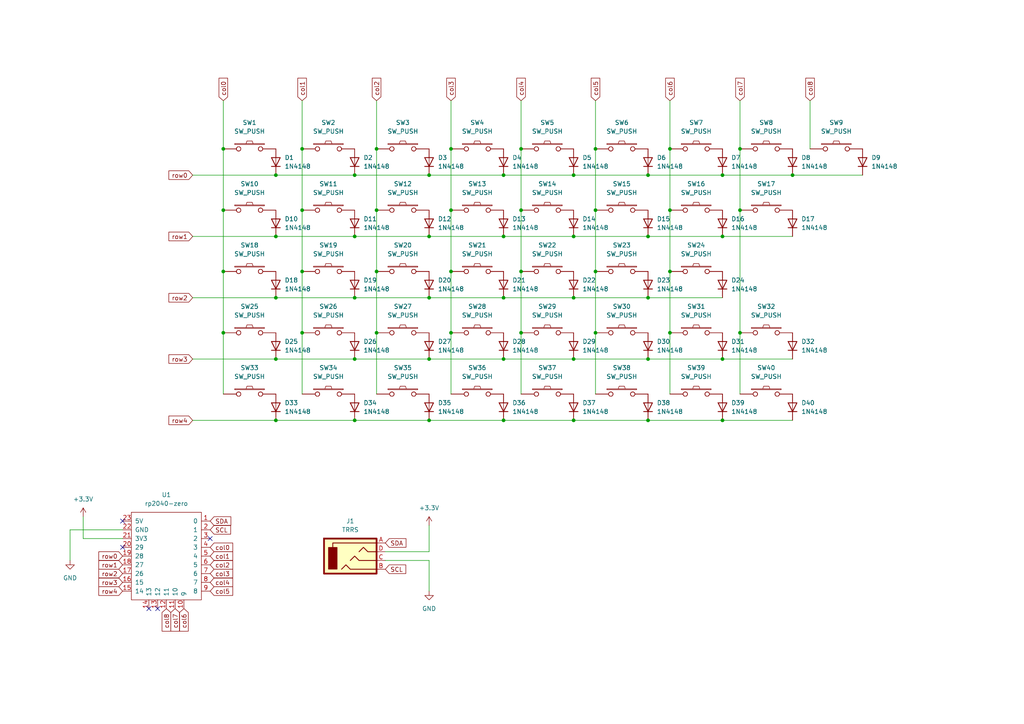
<source format=kicad_sch>
(kicad_sch (version 20230121) (generator eeschema)
  (paper "A4")
  (lib_symbols
    (symbol "Diode:1N4148" (pin_numbers hide) (pin_names hide)
      (property "Reference" "D" (at 0 2.54 0))
      (property "Value" "1N4148" (at 0 -2.54 0))
      (symbol "1N4148_0_1"
        (polyline (pts (xy -1.27 1.27) (xy -1.27 -1.27)) (stroke (width 0.254)))
        (polyline (pts (xy 1.27 0) (xy -1.27 0)))
        (polyline (pts (xy 1.27 1.27) (xy 1.27 -1.27) (xy -1.27 0) (xy 1.27 1.27)) (stroke (width 0.254)))
      )
      (symbol "1N4148_1_1"
        (pin passive line (at -3.81 0 0) (length 2.54) (name "K") (number "1"))
        (pin passive line (at 3.81 0 180) (length 2.54) (name "A") (number "2"))
      )
    )
    (symbol "KeySwitchLib:SW_PUSH" (pin_numbers hide) (pin_names (offset 1.016) hide)
      (property "Reference" "SW" (at 3.81 2.794 0))
      (property "Value" "SW_PUSH" (at 0 -2.032 0))
      (symbol "SW_PUSH_0_1"
        (rectangle (start -4.318 1.27) (end 4.318 1.524))
        (polyline (pts (xy -1.016 1.524) (xy -0.762 2.286) (xy 0.762 2.286) (xy 1.016 1.524)))
        (pin passive inverted (at -7.62 0 0) (length 5.08) (name "1") (number "1"))
        (pin passive inverted (at 7.62 0 180) (length 5.08) (name "2") (number "2"))
      )
    )
    (symbol "KeySwitchLib:TRRS" (pin_names (offset 1.016))
      (property "Reference" "J" (at 0 8.89 0))
      (property "Value" "TRRS" (at 0 6.35 0))
      (symbol "TRRS_0_1"
        (rectangle (start -7.62 5.08) (end 7.62 -5.08) (stroke (width 0.508)) (fill (type background)))
        (rectangle (start -6.35 2.54) (end -3.81 -3.81) (stroke (width 0.127)) (fill (type outline)))
        (polyline (pts (xy 7.62 3.81) (xy -5.08 3.81) (xy -5.08 2.54)) (stroke (width 0.254)))
        (polyline (pts (xy 7.62 -3.81) (xy 0 -3.81) (xy -1.27 -2.54) (xy -2.54 -3.81)) (stroke (width 0.254)))
        (polyline (pts (xy 7.62 -1.27) (xy 2.54 -1.27) (xy 1.27 0) (xy 0 -1.27)) (stroke (width 0.254)))
        (polyline (pts (xy 7.62 1.27) (xy 5.08 1.27) (xy 3.81 2.54) (xy 2.54 1.27)) (stroke (width 0.254)))
      )
      (symbol "TRRS_1_1"
        (pin bidirectional line (at 10.16 3.81 180) (length 2.54) (name "~") (number "A"))
        (pin bidirectional line (at 10.16 -3.81 180) (length 2.54) (name "~") (number "B"))
        (pin bidirectional line (at 10.16 -1.27 180) (length 2.54) (name "~") (number "C"))
        (pin bidirectional line (at 10.16 1.27 180) (length 2.54) (name "~") (number "D"))
      )
    )
    (symbol "KeySwitchLib:rp2040-zero" (pin_names (offset 1.016))
      (property "Reference" "U" (at 0 15.24 0))
      (property "Value" "rp2040-zero" (at 0 12.7 0))
      (symbol "rp2040-zero_0_1"
        (rectangle (start -10.16 11.43) (end 10.16 -13.97))
      )
      (symbol "rp2040-zero_1_1"
        (pin bidirectional line (at 12.7 8.89 180) (length 2.54) (name "0") (number "1"))
        (pin bidirectional line (at 5.08 -16.51 90) (length 2.54) (name "9") (number "10"))
        (pin bidirectional line (at 2.54 -16.51 90) (length 2.54) (name "10") (number "11"))
        (pin bidirectional line (at 0 -16.51 90) (length 2.54) (name "11") (number "12"))
        (pin bidirectional line (at -2.54 -16.51 90) (length 2.54) (name "12") (number "13"))
        (pin bidirectional line (at -5.08 -16.51 90) (length 2.54) (name "13") (number "14"))
        (pin bidirectional line (at -12.7 -11.43 0) (length 2.54) (name "14") (number "15"))
        (pin bidirectional line (at -12.7 -8.89 0) (length 2.54) (name "15") (number "16"))
        (pin bidirectional line (at -12.7 -6.35 0) (length 2.54) (name "26") (number "17"))
        (pin bidirectional line (at -12.7 -3.81 0) (length 2.54) (name "27") (number "18"))
        (pin bidirectional line (at -12.7 -1.27 0) (length 2.54) (name "28") (number "19"))
        (pin bidirectional line (at 12.7 6.35 180) (length 2.54) (name "1") (number "2"))
        (pin bidirectional line (at -12.7 1.27 0) (length 2.54) (name "29") (number "20"))
        (pin power_out line (at -12.7 3.81 0) (length 2.54) (name "3V3") (number "21"))
        (pin power_out line (at -12.7 6.35 0) (length 2.54) (name "GND") (number "22"))
        (pin power_out line (at -12.7 8.89 0) (length 2.54) (name "5V") (number "23"))
        (pin bidirectional line (at 12.7 3.81 180) (length 2.54) (name "2") (number "3"))
        (pin bidirectional line (at 12.7 1.27 180) (length 2.54) (name "3") (number "4"))
        (pin bidirectional line (at 12.7 -1.27 180) (length 2.54) (name "4") (number "5"))
        (pin bidirectional line (at 12.7 -3.81 180) (length 2.54) (name "5") (number "6"))
        (pin bidirectional line (at 12.7 -6.35 180) (length 2.54) (name "6") (number "7"))
        (pin bidirectional line (at 12.7 -8.89 180) (length 2.54) (name "7") (number "8"))
        (pin bidirectional line (at 12.7 -11.43 180) (length 2.54) (name "8") (number "9"))
      )
    )
    (symbol "power:+3.3V" (power) (pin_names (offset 0))
      (property "Value" "+3.3V" (at 0 3.556 0))
      (symbol "+3.3V_0_1"
        (polyline (pts (xy -0.762 1.27) (xy 0 2.54)))
        (polyline (pts (xy 0 0) (xy 0 2.54)))
        (polyline (pts (xy 0 2.54) (xy 0.762 1.27)))
      )
      (symbol "+3.3V_1_1"
        (pin power_in line (at 0 0 90) (length 0) hide (name "+3.3V") (number "1"))
      )
    )
    (symbol "power:GND" (power) (pin_names (offset 0))
      (property "Value" "GND" (at 0 -3.81 0))
      (symbol "GND_0_1"
        (polyline (pts (xy 0 0) (xy 0 -1.27) (xy 1.27 -1.27) (xy 0 -2.54) (xy -1.27 -1.27) (xy 0 -1.27)))
      )
      (symbol "GND_1_1"
        (pin power_in line (at 0 0 270) (length 0) hide (name "GND") (number "1"))
      )
    )
  )
  (junction (at 109.22 78.74))
  (junction (at 124.46 104.14))
  (junction (at 80.01 104.14))
  (junction (at 87.63 60.96))
  (junction (at 194.31 43.18))
  (junction (at 166.37 104.14))
  (junction (at 102.87 68.58))
  (junction (at 64.77 60.96))
  (junction (at 187.96 68.58))
  (junction (at 146.05 104.14))
  (junction (at 172.72 78.74))
  (junction (at 146.05 121.92))
  (junction (at 166.37 86.36))
  (junction (at 172.72 43.18))
  (junction (at 124.46 121.92))
  (junction (at 87.63 96.52))
  (junction (at 80.01 68.58))
  (junction (at 146.05 68.58))
  (junction (at 64.77 96.52))
  (junction (at 172.72 96.52))
  (junction (at 80.01 86.36))
  (junction (at 64.77 43.18))
  (junction (at 187.96 50.8))
  (junction (at 187.96 121.92))
  (junction (at 124.46 86.36))
  (junction (at 130.81 78.74))
  (junction (at 187.96 86.36))
  (junction (at 209.55 68.58))
  (junction (at 151.13 96.52))
  (junction (at 64.77 78.74))
  (junction (at 124.46 50.8))
  (junction (at 214.63 96.52))
  (junction (at 214.63 43.18))
  (junction (at 102.87 104.14))
  (junction (at 166.37 121.92))
  (junction (at 130.81 43.18))
  (junction (at 166.37 50.8))
  (junction (at 166.37 68.58))
  (junction (at 229.87 50.8))
  (junction (at 187.96 104.14))
  (junction (at 194.31 78.74))
  (junction (at 102.87 50.8))
  (junction (at 102.87 121.92))
  (junction (at 130.81 96.52))
  (junction (at 80.01 121.92))
  (junction (at 214.63 60.96))
  (junction (at 124.46 68.58))
  (junction (at 102.87 86.36))
  (junction (at 151.13 78.74))
  (junction (at 194.31 60.96))
  (junction (at 151.13 43.18))
  (junction (at 194.31 96.52))
  (junction (at 109.22 96.52))
  (junction (at 87.63 78.74))
  (junction (at 87.63 43.18))
  (junction (at 146.05 86.36))
  (junction (at 109.22 60.96))
  (junction (at 109.22 43.18))
  (junction (at 209.55 50.8))
  (junction (at 172.72 60.96))
  (junction (at 209.55 121.92))
  (junction (at 130.81 60.96))
  (junction (at 146.05 50.8))
  (junction (at 209.55 104.14))
  (junction (at 151.13 60.96))
  (junction (at 80.01 50.8))
  (no_connect (at 43.18 176.53))
  (no_connect (at 45.72 176.53))
  (no_connect (at 60.96 156.21))
  (no_connect (at 35.56 151.13))
  (no_connect (at 35.56 158.75))
  (wire (pts (xy 172.72 60.96) (xy 172.72 78.74)))
  (wire (pts (xy 35.56 156.21) (xy 24.13 156.21)))
  (wire (pts (xy 209.55 50.8) (xy 229.87 50.8)))
  (wire (pts (xy 111.76 160.02) (xy 124.46 160.02)))
  (wire (pts (xy 80.01 121.92) (xy 102.87 121.92)))
  (wire (pts (xy 124.46 68.58) (xy 146.05 68.58)))
  (wire (pts (xy 130.81 96.52) (xy 130.81 114.3)))
  (wire (pts (xy 194.31 78.74) (xy 194.31 96.52)))
  (wire (pts (xy 87.63 78.74) (xy 87.63 96.52)))
  (wire (pts (xy 229.87 50.8) (xy 250.19 50.8)))
  (wire (pts (xy 146.05 50.8) (xy 166.37 50.8)))
  (wire (pts (xy 214.63 43.18) (xy 214.63 60.96)))
  (wire (pts (xy 64.77 96.52) (xy 64.77 114.3)))
  (wire (pts (xy 172.72 29.21) (xy 172.72 43.18)))
  (wire (pts (xy 55.88 50.8) (xy 80.01 50.8)))
  (wire (pts (xy 151.13 29.21) (xy 151.13 43.18)))
  (wire (pts (xy 109.22 78.74) (xy 109.22 96.52)))
  (wire (pts (xy 214.63 29.21) (xy 214.63 43.18)))
  (wire (pts (xy 55.88 121.92) (xy 80.01 121.92)))
  (wire (pts (xy 166.37 50.8) (xy 187.96 50.8)))
  (wire (pts (xy 109.22 43.18) (xy 109.22 60.96)))
  (wire (pts (xy 102.87 86.36) (xy 124.46 86.36)))
  (wire (pts (xy 109.22 96.52) (xy 109.22 114.3)))
  (wire (pts (xy 109.22 60.96) (xy 109.22 78.74)))
  (wire (pts (xy 80.01 104.14) (xy 102.87 104.14)))
  (wire (pts (xy 80.01 68.58) (xy 102.87 68.58)))
  (wire (pts (xy 187.96 121.92) (xy 209.55 121.92)))
  (wire (pts (xy 64.77 78.74) (xy 64.77 96.52)))
  (wire (pts (xy 87.63 96.52) (xy 87.63 114.3)))
  (wire (pts (xy 35.56 153.67) (xy 20.32 153.67)))
  (wire (pts (xy 124.46 104.14) (xy 146.05 104.14)))
  (wire (pts (xy 172.72 78.74) (xy 172.72 96.52)))
  (wire (pts (xy 55.88 86.36) (xy 80.01 86.36)))
  (wire (pts (xy 146.05 121.92) (xy 166.37 121.92)))
  (wire (pts (xy 151.13 78.74) (xy 151.13 96.52)))
  (wire (pts (xy 234.95 29.21) (xy 234.95 43.18)))
  (wire (pts (xy 124.46 160.02) (xy 124.46 152.4)))
  (wire (pts (xy 209.55 121.92) (xy 229.87 121.92)))
  (wire (pts (xy 194.31 96.52) (xy 194.31 114.3)))
  (wire (pts (xy 214.63 96.52) (xy 214.63 114.3)))
  (wire (pts (xy 130.81 60.96) (xy 130.81 78.74)))
  (wire (pts (xy 166.37 86.36) (xy 187.96 86.36)))
  (wire (pts (xy 172.72 43.18) (xy 172.72 60.96)))
  (wire (pts (xy 194.31 43.18) (xy 194.31 60.96)))
  (wire (pts (xy 151.13 43.18) (xy 151.13 60.96)))
  (wire (pts (xy 187.96 50.8) (xy 209.55 50.8)))
  (wire (pts (xy 124.46 86.36) (xy 146.05 86.36)))
  (wire (pts (xy 102.87 50.8) (xy 124.46 50.8)))
  (wire (pts (xy 187.96 86.36) (xy 209.55 86.36)))
  (wire (pts (xy 111.76 162.56) (xy 124.46 162.56)))
  (wire (pts (xy 187.96 68.58) (xy 209.55 68.58)))
  (wire (pts (xy 214.63 60.96) (xy 214.63 96.52)))
  (wire (pts (xy 209.55 104.14) (xy 229.87 104.14)))
  (wire (pts (xy 64.77 60.96) (xy 64.77 78.74)))
  (wire (pts (xy 194.31 60.96) (xy 194.31 78.74)))
  (wire (pts (xy 130.81 43.18) (xy 130.81 60.96)))
  (wire (pts (xy 151.13 60.96) (xy 151.13 78.74)))
  (wire (pts (xy 124.46 121.92) (xy 146.05 121.92)))
  (wire (pts (xy 187.96 104.14) (xy 209.55 104.14)))
  (wire (pts (xy 55.88 68.58) (xy 80.01 68.58)))
  (wire (pts (xy 20.32 153.67) (xy 20.32 162.56)))
  (wire (pts (xy 102.87 104.14) (xy 124.46 104.14)))
  (wire (pts (xy 109.22 29.21) (xy 109.22 43.18)))
  (wire (pts (xy 146.05 86.36) (xy 166.37 86.36)))
  (wire (pts (xy 166.37 104.14) (xy 187.96 104.14)))
  (wire (pts (xy 151.13 96.52) (xy 151.13 114.3)))
  (wire (pts (xy 64.77 43.18) (xy 64.77 60.96)))
  (wire (pts (xy 146.05 104.14) (xy 166.37 104.14)))
  (wire (pts (xy 64.77 29.21) (xy 64.77 43.18)))
  (wire (pts (xy 124.46 50.8) (xy 146.05 50.8)))
  (wire (pts (xy 55.88 104.14) (xy 80.01 104.14)))
  (wire (pts (xy 24.13 156.21) (xy 24.13 149.86)))
  (wire (pts (xy 87.63 43.18) (xy 87.63 60.96)))
  (wire (pts (xy 87.63 29.21) (xy 87.63 43.18)))
  (wire (pts (xy 130.81 29.21) (xy 130.81 43.18)))
  (wire (pts (xy 80.01 50.8) (xy 102.87 50.8)))
  (wire (pts (xy 166.37 68.58) (xy 187.96 68.58)))
  (wire (pts (xy 172.72 96.52) (xy 172.72 114.3)))
  (wire (pts (xy 194.31 29.21) (xy 194.31 43.18)))
  (wire (pts (xy 166.37 121.92) (xy 187.96 121.92)))
  (wire (pts (xy 130.81 78.74) (xy 130.81 96.52)))
  (wire (pts (xy 146.05 68.58) (xy 166.37 68.58)))
  (wire (pts (xy 87.63 60.96) (xy 87.63 78.74)))
  (wire (pts (xy 102.87 121.92) (xy 124.46 121.92)))
  (wire (pts (xy 102.87 68.58) (xy 124.46 68.58)))
  (wire (pts (xy 209.55 68.58) (xy 229.87 68.58)))
  (wire (pts (xy 80.01 86.36) (xy 102.87 86.36)))
  (wire (pts (xy 124.46 162.56) (xy 124.46 171.45)))
  (global_label "SDA" (shape input) (at 111.76 157.48 0) (property "Intersheetrefs" "${INTERSHEET_REFS}" (effects hide)))
  (global_label "col3" (shape input) (at 130.81 29.21 90) (property "Intersheetrefs" "${INTERSHEET_REFS}" (effects hide)))
  (global_label "SCL" (shape input) (at 60.96 153.67 0) (property "Intersheetrefs" "${INTERSHEET_REFS}" (effects hide)))
  (global_label "row3" (shape input) (at 35.56 168.91 180) (property "Intersheetrefs" "${INTERSHEET_REFS}" (effects hide)))
  (global_label "SDA" (shape input) (at 60.96 151.13 0) (property "Intersheetrefs" "${INTERSHEET_REFS}" (effects hide)))
  (global_label "col8" (shape input) (at 234.95 29.21 90) (property "Intersheetrefs" "${INTERSHEET_REFS}" (effects hide)))
  (global_label "row4" (shape input) (at 55.88 121.92 180) (property "Intersheetrefs" "${INTERSHEET_REFS}" (effects hide)))
  (global_label "col6" (shape input) (at 53.34 176.53 270) (property "Intersheetrefs" "${INTERSHEET_REFS}" (effects hide)))
  (global_label "row0" (shape input) (at 35.56 161.29 180) (property "Intersheetrefs" "${INTERSHEET_REFS}" (effects hide)))
  (global_label "col2" (shape input) (at 60.96 163.83 0) (property "Intersheetrefs" "${INTERSHEET_REFS}" (effects hide)))
  (global_label "row1" (shape input) (at 35.56 163.83 180) (property "Intersheetrefs" "${INTERSHEET_REFS}" (effects hide)))
  (global_label "col2" (shape input) (at 109.22 29.21 90) (property "Intersheetrefs" "${INTERSHEET_REFS}" (effects hide)))
  (global_label "SCL" (shape input) (at 111.76 165.1 0) (property "Intersheetrefs" "${INTERSHEET_REFS}" (effects hide)))
  (global_label "col8" (shape input) (at 48.26 176.53 270) (property "Intersheetrefs" "${INTERSHEET_REFS}" (effects hide)))
  (global_label "col7" (shape input) (at 50.8 176.53 270) (property "Intersheetrefs" "${INTERSHEET_REFS}" (effects hide)))
  (global_label "col3" (shape input) (at 60.96 166.37 0) (property "Intersheetrefs" "${INTERSHEET_REFS}" (effects hide)))
  (global_label "row2" (shape input) (at 35.56 166.37 180) (property "Intersheetrefs" "${INTERSHEET_REFS}" (effects hide)))
  (global_label "col0" (shape input) (at 60.96 158.75 0) (property "Intersheetrefs" "${INTERSHEET_REFS}" (effects hide)))
  (global_label "col5" (shape input) (at 172.72 29.21 90) (property "Intersheetrefs" "${INTERSHEET_REFS}" (effects hide)))
  (global_label "col5" (shape input) (at 60.96 171.45 0) (property "Intersheetrefs" "${INTERSHEET_REFS}" (effects hide)))
  (global_label "col4" (shape input) (at 151.13 29.21 90) (property "Intersheetrefs" "${INTERSHEET_REFS}" (effects hide)))
  (global_label "row1" (shape input) (at 55.88 68.58 180) (property "Intersheetrefs" "${INTERSHEET_REFS}" (effects hide)))
  (global_label "col6" (shape input) (at 194.31 29.21 90) (property "Intersheetrefs" "${INTERSHEET_REFS}" (effects hide)))
  (global_label "col1" (shape input) (at 60.96 161.29 0) (property "Intersheetrefs" "${INTERSHEET_REFS}" (effects hide)))
  (global_label "row4" (shape input) (at 35.56 171.45 180) (property "Intersheetrefs" "${INTERSHEET_REFS}" (effects hide)))
  (global_label "row0" (shape input) (at 55.88 50.8 180) (property "Intersheetrefs" "${INTERSHEET_REFS}" (effects hide)))
  (global_label "col0" (shape input) (at 64.77 29.21 90) (property "Intersheetrefs" "${INTERSHEET_REFS}" (effects hide)))
  (global_label "row2" (shape input) (at 55.88 86.36 180) (property "Intersheetrefs" "${INTERSHEET_REFS}" (effects hide)))
  (global_label "row3" (shape input) (at 55.88 104.14 180) (property "Intersheetrefs" "${INTERSHEET_REFS}" (effects hide)))
  (global_label "col7" (shape input) (at 214.63 29.21 90) (property "Intersheetrefs" "${INTERSHEET_REFS}" (effects hide)))
  (global_label "col4" (shape input) (at 60.96 168.91 0) (property "Intersheetrefs" "${INTERSHEET_REFS}" (effects hide)))
  (global_label "col1" (shape input) (at 87.63 29.21 90) (property "Intersheetrefs" "${INTERSHEET_REFS}" (effects hide)))
  (symbol (lib_id "Diode:1N4148") (at 250.19 46.99 90) (unit 1)
    (property "Reference" "D9" (at 252.73 45.72 90) (effects (justify right)))
    (property "Value" "1N4148" (at 252.73 48.26 90) (effects (justify right)))
    (property "Footprint" "KeySwitchLib:D3_SMD_v2" (effects hide))
    (property "Datasheet" "https://assets.nexperia.com/documents/data-sheet/1N4148_1N4448.pdf" (effects hide))
    (property "Sim.Device" "D" (effects hide))
    (property "Sim.Pins" "1=K 2=A" (effects hide))
  )
  (symbol (lib_id "KeySwitchLib:SW_PUSH") (at 138.43 96.52 0) (unit 1)
    (property "Reference" "SW28" (at 138.43 88.9 0))
    (property "Value" "SW_PUSH" (at 138.43 91.44 0))
    (property "Footprint" "KeySwitchLib:SW_Hotswap_Kailh_MX_1.00u" (effects hide))
  )
  (symbol (lib_id "Diode:1N4148") (at 146.05 100.33 90) (unit 1)
    (property "Reference" "D28" (at 148.59 99.06 90) (effects (justify right)))
    (property "Value" "1N4148" (at 148.59 101.6 90) (effects (justify right)))
    (property "Footprint" "KeySwitchLib:D3_SMD_v2" (effects hide))
    (property "Datasheet" "https://assets.nexperia.com/documents/data-sheet/1N4148_1N4448.pdf" (effects hide))
    (property "Sim.Device" "D" (effects hide))
    (property "Sim.Pins" "1=K 2=A" (effects hide))
  )
  (symbol (lib_id "Diode:1N4148") (at 229.87 100.33 90) (unit 1)
    (property "Reference" "D32" (at 232.41 99.06 90) (effects (justify right)))
    (property "Value" "1N4148" (at 232.41 101.6 90) (effects (justify right)))
    (property "Footprint" "KeySwitchLib:D3_SMD_v2" (effects hide))
    (property "Datasheet" "https://assets.nexperia.com/documents/data-sheet/1N4148_1N4448.pdf" (effects hide))
    (property "Sim.Device" "D" (effects hide))
    (property "Sim.Pins" "1=K 2=A" (effects hide))
  )
  (symbol (lib_id "Diode:1N4148") (at 102.87 82.55 90) (unit 1)
    (property "Reference" "D19" (at 105.41 81.28 90) (effects (justify right)))
    (property "Value" "1N4148" (at 105.41 83.82 90) (effects (justify right)))
    (property "Footprint" "KeySwitchLib:D3_SMD_v2" (effects hide))
    (property "Datasheet" "https://assets.nexperia.com/documents/data-sheet/1N4148_1N4448.pdf" (effects hide))
    (property "Sim.Device" "D" (effects hide))
    (property "Sim.Pins" "1=K 2=A" (effects hide))
  )
  (symbol (lib_id "Diode:1N4148") (at 187.96 64.77 90) (unit 1)
    (property "Reference" "D15" (at 190.5 63.5 90) (effects (justify right)))
    (property "Value" "1N4148" (at 190.5 66.04 90) (effects (justify right)))
    (property "Footprint" "KeySwitchLib:D3_SMD_v2" (effects hide))
    (property "Datasheet" "https://assets.nexperia.com/documents/data-sheet/1N4148_1N4448.pdf" (effects hide))
    (property "Sim.Device" "D" (effects hide))
    (property "Sim.Pins" "1=K 2=A" (effects hide))
  )
  (symbol (lib_id "KeySwitchLib:SW_PUSH") (at 116.84 43.18 0) (unit 1)
    (property "Reference" "SW3" (at 116.84 35.56 0))
    (property "Value" "SW_PUSH" (at 116.84 38.1 0))
    (property "Footprint" "KeySwitchLib:SW_Hotswap_Kailh_MX_1.00u" (effects hide))
  )
  (symbol (lib_id "Diode:1N4148") (at 102.87 64.77 90) (unit 1)
    (property "Reference" "D11" (at 105.41 63.5 90) (effects (justify right)))
    (property "Value" "1N4148" (at 105.41 66.04 90) (effects (justify right)))
    (property "Footprint" "KeySwitchLib:D3_SMD_v2" (effects hide))
    (property "Datasheet" "https://assets.nexperia.com/documents/data-sheet/1N4148_1N4448.pdf" (effects hide))
    (property "Sim.Device" "D" (effects hide))
    (property "Sim.Pins" "1=K 2=A" (effects hide))
  )
  (symbol (lib_id "KeySwitchLib:SW_PUSH") (at 72.39 114.3 0) (unit 1)
    (property "Reference" "SW33" (at 72.39 106.68 0))
    (property "Value" "SW_PUSH" (at 72.39 109.22 0))
    (property "Footprint" "KeySwitchLib:SW_Hotswap_Kailh_MX_1.00u" (effects hide))
  )
  (symbol (lib_id "Diode:1N4148") (at 124.46 64.77 90) (unit 1)
    (property "Reference" "D12" (at 127 63.5 90) (effects (justify right)))
    (property "Value" "1N4148" (at 127 66.04 90) (effects (justify right)))
    (property "Footprint" "KeySwitchLib:D3_SMD_v2" (effects hide))
    (property "Datasheet" "https://assets.nexperia.com/documents/data-sheet/1N4148_1N4448.pdf" (effects hide))
    (property "Sim.Device" "D" (effects hide))
    (property "Sim.Pins" "1=K 2=A" (effects hide))
  )
  (symbol (lib_id "KeySwitchLib:SW_PUSH") (at 116.84 78.74 0) (unit 1)
    (property "Reference" "SW20" (at 116.84 71.12 0))
    (property "Value" "SW_PUSH" (at 116.84 73.66 0))
    (property "Footprint" "KeySwitchLib:SW_Hotswap_Kailh_MX_1.00u" (effects hide))
  )
  (symbol (lib_id "Diode:1N4148") (at 209.55 82.55 90) (unit 1)
    (property "Reference" "D24" (at 212.09 81.28 90) (effects (justify right)))
    (property "Value" "1N4148" (at 212.09 83.82 90) (effects (justify right)))
    (property "Footprint" "KeySwitchLib:D3_SMD_v2" (effects hide))
    (property "Datasheet" "https://assets.nexperia.com/documents/data-sheet/1N4148_1N4448.pdf" (effects hide))
    (property "Sim.Device" "D" (effects hide))
    (property "Sim.Pins" "1=K 2=A" (effects hide))
  )
  (symbol (lib_id "KeySwitchLib:SW_PUSH") (at 95.25 78.74 0) (unit 1)
    (property "Reference" "SW19" (at 95.25 71.12 0))
    (property "Value" "SW_PUSH" (at 95.25 73.66 0))
    (property "Footprint" "KeySwitchLib:SW_Hotswap_Kailh_MX_1.00u" (effects hide))
  )
  (symbol (lib_id "KeySwitchLib:SW_PUSH") (at 158.75 43.18 0) (unit 1)
    (property "Reference" "SW5" (at 158.75 35.56 0))
    (property "Value" "SW_PUSH" (at 158.75 38.1 0))
    (property "Footprint" "KeySwitchLib:SW_Hotswap_Kailh_MX_1.00u" (effects hide))
  )
  (symbol (lib_id "power:+3.3V") (at 24.13 149.86 0) (unit 1)
    (property "Reference" "#PWR01" (effects hide))
    (property "Value" "+3.3V" (at 24.13 144.78 0))
  )
  (symbol (lib_id "Diode:1N4148") (at 166.37 64.77 90) (unit 1)
    (property "Reference" "D14" (at 168.91 63.5 90) (effects (justify right)))
    (property "Value" "1N4148" (at 168.91 66.04 90) (effects (justify right)))
    (property "Footprint" "KeySwitchLib:D3_SMD_v2" (effects hide))
    (property "Datasheet" "https://assets.nexperia.com/documents/data-sheet/1N4148_1N4448.pdf" (effects hide))
    (property "Sim.Device" "D" (effects hide))
    (property "Sim.Pins" "1=K 2=A" (effects hide))
  )
  (symbol (lib_id "KeySwitchLib:SW_PUSH") (at 201.93 60.96 0) (unit 1)
    (property "Reference" "SW16" (at 201.93 53.34 0))
    (property "Value" "SW_PUSH" (at 201.93 55.88 0))
    (property "Footprint" "KeySwitchLib:SW_Hotswap_Kailh_MX_1.00u" (effects hide))
  )
  (symbol (lib_id "KeySwitchLib:SW_PUSH") (at 95.25 43.18 0) (unit 1)
    (property "Reference" "SW2" (at 95.25 35.56 0))
    (property "Value" "SW_PUSH" (at 95.25 38.1 0))
    (property "Footprint" "KeySwitchLib:SW_Hotswap_Kailh_MX_1.00u" (effects hide))
  )
  (symbol (lib_id "KeySwitchLib:SW_PUSH") (at 138.43 78.74 0) (unit 1)
    (property "Reference" "SW21" (at 138.43 71.12 0))
    (property "Value" "SW_PUSH" (at 138.43 73.66 0))
    (property "Footprint" "KeySwitchLib:SW_Hotswap_Kailh_MX_1.00u" (effects hide))
  )
  (symbol (lib_id "KeySwitchLib:SW_PUSH") (at 158.75 96.52 0) (unit 1)
    (property "Reference" "SW29" (at 158.75 88.9 0))
    (property "Value" "SW_PUSH" (at 158.75 91.44 0))
    (property "Footprint" "KeySwitchLib:SW_Hotswap_Kailh_MX_1.00u" (effects hide))
  )
  (symbol (lib_id "KeySwitchLib:SW_PUSH") (at 201.93 43.18 0) (unit 1)
    (property "Reference" "SW7" (at 201.93 35.56 0))
    (property "Value" "SW_PUSH" (at 201.93 38.1 0))
    (property "Footprint" "KeySwitchLib:SW_Hotswap_Kailh_MX_1.00u" (effects hide))
  )
  (symbol (lib_id "Diode:1N4148") (at 166.37 118.11 90) (unit 1)
    (property "Reference" "D37" (at 168.91 116.84 90) (effects (justify right)))
    (property "Value" "1N4148" (at 168.91 119.38 90) (effects (justify right)))
    (property "Footprint" "KeySwitchLib:D3_SMD_v2" (effects hide))
    (property "Datasheet" "https://assets.nexperia.com/documents/data-sheet/1N4148_1N4448.pdf" (effects hide))
    (property "Sim.Device" "D" (effects hide))
    (property "Sim.Pins" "1=K 2=A" (effects hide))
  )
  (symbol (lib_id "KeySwitchLib:SW_PUSH") (at 116.84 60.96 0) (unit 1)
    (property "Reference" "SW12" (at 116.84 53.34 0))
    (property "Value" "SW_PUSH" (at 116.84 55.88 0))
    (property "Footprint" "KeySwitchLib:SW_Hotswap_Kailh_MX_1.00u" (effects hide))
  )
  (symbol (lib_id "power:+3.3V") (at 124.46 152.4 0) (unit 1)
    (property "Reference" "#PWR04" (effects hide))
    (property "Value" "+3.3V" (at 124.46 147.32 0))
  )
  (symbol (lib_id "Diode:1N4148") (at 146.05 46.99 90) (unit 1)
    (property "Reference" "D4" (at 148.59 45.72 90) (effects (justify right)))
    (property "Value" "1N4148" (at 148.59 48.26 90) (effects (justify right)))
    (property "Footprint" "KeySwitchLib:D3_SMD_v2" (effects hide))
    (property "Datasheet" "https://assets.nexperia.com/documents/data-sheet/1N4148_1N4448.pdf" (effects hide))
    (property "Sim.Device" "D" (effects hide))
    (property "Sim.Pins" "1=K 2=A" (effects hide))
  )
  (symbol (lib_id "KeySwitchLib:SW_PUSH") (at 95.25 114.3 0) (unit 1)
    (property "Reference" "SW34" (at 95.25 106.68 0))
    (property "Value" "SW_PUSH" (at 95.25 109.22 0))
    (property "Footprint" "KeySwitchLib:SW_Hotswap_Kailh_MX_1.00u" (effects hide))
  )
  (symbol (lib_id "KeySwitchLib:SW_PUSH") (at 116.84 114.3 0) (unit 1)
    (property "Reference" "SW35" (at 116.84 106.68 0))
    (property "Value" "SW_PUSH" (at 116.84 109.22 0))
    (property "Footprint" "KeySwitchLib:SW_Hotswap_Kailh_MX_1.00u" (effects hide))
  )
  (symbol (lib_id "KeySwitchLib:SW_PUSH") (at 95.25 60.96 0) (unit 1)
    (property "Reference" "SW11" (at 95.25 53.34 0))
    (property "Value" "SW_PUSH" (at 95.25 55.88 0))
    (property "Footprint" "KeySwitchLib:SW_Hotswap_Kailh_MX_1.00u" (effects hide))
  )
  (symbol (lib_id "KeySwitchLib:SW_PUSH") (at 72.39 43.18 0) (unit 1)
    (property "Reference" "SW1" (at 72.39 35.56 0))
    (property "Value" "SW_PUSH" (at 72.39 38.1 0))
    (property "Footprint" "KeySwitchLib:SW_Hotswap_Kailh_MX_1.00u" (effects hide))
  )
  (symbol (lib_id "KeySwitchLib:SW_PUSH") (at 222.25 43.18 0) (unit 1)
    (property "Reference" "SW8" (at 222.25 35.56 0))
    (property "Value" "SW_PUSH" (at 222.25 38.1 0))
    (property "Footprint" "KeySwitchLib:SW_Hotswap_Kailh_MX_1.00u" (effects hide))
  )
  (symbol (lib_id "KeySwitchLib:SW_PUSH") (at 138.43 60.96 0) (unit 1)
    (property "Reference" "SW13" (at 138.43 53.34 0))
    (property "Value" "SW_PUSH" (at 138.43 55.88 0))
    (property "Footprint" "KeySwitchLib:SW_Hotswap_Kailh_MX_1.00u" (effects hide))
  )
  (symbol (lib_id "KeySwitchLib:rp2040-zero") (at 48.26 160.02 0) (unit 1)
    (property "Reference" "U1" (at 48.26 143.51 0))
    (property "Value" "rp2040-zero" (at 48.26 146.05 0))
    (property "Footprint" "KeySwitchLib:rp2040-zero-tht" (effects hide))
  )
  (symbol (lib_id "Diode:1N4148") (at 80.01 46.99 90) (unit 1)
    (property "Reference" "D1" (at 82.55 45.72 90) (effects (justify right)))
    (property "Value" "1N4148" (at 82.55 48.26 90) (effects (justify right)))
    (property "Footprint" "KeySwitchLib:D3_SMD_v2" (effects hide))
    (property "Datasheet" "https://assets.nexperia.com/documents/data-sheet/1N4148_1N4448.pdf" (effects hide))
    (property "Sim.Device" "D" (effects hide))
    (property "Sim.Pins" "1=K 2=A" (effects hide))
  )
  (symbol (lib_id "KeySwitchLib:SW_PUSH") (at 201.93 114.3 0) (unit 1)
    (property "Reference" "SW39" (at 201.93 106.68 0))
    (property "Value" "SW_PUSH" (at 201.93 109.22 0))
    (property "Footprint" "KeySwitchLib:SW_Hotswap_Kailh_MX_1.00u" (effects hide))
  )
  (symbol (lib_id "KeySwitchLib:SW_PUSH") (at 222.25 60.96 0) (unit 1)
    (property "Reference" "SW17" (at 222.25 53.34 0))
    (property "Value" "SW_PUSH" (at 222.25 55.88 0))
    (property "Footprint" "KeySwitchLib:SW_Hotswap_Kailh_MX_ISO_Enter" (effects hide))
  )
  (symbol (lib_id "Diode:1N4148") (at 146.05 118.11 90) (unit 1)
    (property "Reference" "D36" (at 148.59 116.84 90) (effects (justify right)))
    (property "Value" "1N4148" (at 148.59 119.38 90) (effects (justify right)))
    (property "Footprint" "KeySwitchLib:D3_SMD_v2" (effects hide))
    (property "Datasheet" "https://assets.nexperia.com/documents/data-sheet/1N4148_1N4448.pdf" (effects hide))
    (property "Sim.Device" "D" (effects hide))
    (property "Sim.Pins" "1=K 2=A" (effects hide))
  )
  (symbol (lib_id "Diode:1N4148") (at 124.46 82.55 90) (unit 1)
    (property "Reference" "D20" (at 127 81.28 90) (effects (justify right)))
    (property "Value" "1N4148" (at 127 83.82 90) (effects (justify right)))
    (property "Footprint" "KeySwitchLib:D3_SMD_v2" (effects hide))
    (property "Datasheet" "https://assets.nexperia.com/documents/data-sheet/1N4148_1N4448.pdf" (effects hide))
    (property "Sim.Device" "D" (effects hide))
    (property "Sim.Pins" "1=K 2=A" (effects hide))
  )
  (symbol (lib_id "Diode:1N4148") (at 102.87 118.11 90) (unit 1)
    (property "Reference" "D34" (at 105.41 116.84 90) (effects (justify right)))
    (property "Value" "1N4148" (at 105.41 119.38 90) (effects (justify right)))
    (property "Footprint" "KeySwitchLib:D3_SMD_v2" (effects hide))
    (property "Datasheet" "https://assets.nexperia.com/documents/data-sheet/1N4148_1N4448.pdf" (effects hide))
    (property "Sim.Device" "D" (effects hide))
    (property "Sim.Pins" "1=K 2=A" (effects hide))
  )
  (symbol (lib_id "KeySwitchLib:SW_PUSH") (at 180.34 114.3 0) (unit 1)
    (property "Reference" "SW38" (at 180.34 106.68 0))
    (property "Value" "SW_PUSH" (at 180.34 109.22 0))
    (property "Footprint" "KeySwitchLib:SW_Hotswap_Kailh_MX_1.00u" (effects hide))
  )
  (symbol (lib_id "Diode:1N4148") (at 209.55 64.77 90) (unit 1)
    (property "Reference" "D16" (at 212.09 63.5 90) (effects (justify right)))
    (property "Value" "1N4148" (at 212.09 66.04 90) (effects (justify right)))
    (property "Footprint" "KeySwitchLib:D3_SMD_v2" (effects hide))
    (property "Datasheet" "https://assets.nexperia.com/documents/data-sheet/1N4148_1N4448.pdf" (effects hide))
    (property "Sim.Device" "D" (effects hide))
    (property "Sim.Pins" "1=K 2=A" (effects hide))
  )
  (symbol (lib_id "Diode:1N4148") (at 146.05 64.77 90) (unit 1)
    (property "Reference" "D13" (at 148.59 63.5 90) (effects (justify right)))
    (property "Value" "1N4148" (at 148.59 66.04 90) (effects (justify right)))
    (property "Footprint" "KeySwitchLib:D3_SMD_v2" (effects hide))
    (property "Datasheet" "https://assets.nexperia.com/documents/data-sheet/1N4148_1N4448.pdf" (effects hide))
    (property "Sim.Device" "D" (effects hide))
    (property "Sim.Pins" "1=K 2=A" (effects hide))
  )
  (symbol (lib_id "Diode:1N4148") (at 229.87 118.11 90) (unit 1)
    (property "Reference" "D40" (at 232.41 116.84 90) (effects (justify right)))
    (property "Value" "1N4148" (at 232.41 119.38 90) (effects (justify right)))
    (property "Footprint" "KeySwitchLib:D3_SMD_v2" (effects hide))
    (property "Datasheet" "https://assets.nexperia.com/documents/data-sheet/1N4148_1N4448.pdf" (effects hide))
    (property "Sim.Device" "D" (effects hide))
    (property "Sim.Pins" "1=K 2=A" (effects hide))
  )
  (symbol (lib_id "Diode:1N4148") (at 187.96 82.55 90) (unit 1)
    (property "Reference" "D23" (at 190.5 81.28 90) (effects (justify right)))
    (property "Value" "1N4148" (at 190.5 83.82 90) (effects (justify right)))
    (property "Footprint" "KeySwitchLib:D3_SMD_v2" (effects hide))
    (property "Datasheet" "https://assets.nexperia.com/documents/data-sheet/1N4148_1N4448.pdf" (effects hide))
    (property "Sim.Device" "D" (effects hide))
    (property "Sim.Pins" "1=K 2=A" (effects hide))
  )
  (symbol (lib_id "Diode:1N4148") (at 80.01 100.33 90) (unit 1)
    (property "Reference" "D25" (at 82.55 99.06 90) (effects (justify right)))
    (property "Value" "1N4148" (at 82.55 101.6 90) (effects (justify right)))
    (property "Footprint" "KeySwitchLib:D3_SMD_v2" (effects hide))
    (property "Datasheet" "https://assets.nexperia.com/documents/data-sheet/1N4148_1N4448.pdf" (effects hide))
    (property "Sim.Device" "D" (effects hide))
    (property "Sim.Pins" "1=K 2=A" (effects hide))
  )
  (symbol (lib_id "KeySwitchLib:SW_PUSH") (at 180.34 96.52 0) (unit 1)
    (property "Reference" "SW30" (at 180.34 88.9 0))
    (property "Value" "SW_PUSH" (at 180.34 91.44 0))
    (property "Footprint" "KeySwitchLib:SW_Hotswap_Kailh_MX_1.00u" (effects hide))
  )
  (symbol (lib_id "KeySwitchLib:SW_PUSH") (at 116.84 96.52 0) (unit 1)
    (property "Reference" "SW27" (at 116.84 88.9 0))
    (property "Value" "SW_PUSH" (at 116.84 91.44 0))
    (property "Footprint" "KeySwitchLib:SW_Hotswap_Kailh_MX_1.00u" (effects hide))
  )
  (symbol (lib_id "Diode:1N4148") (at 209.55 46.99 90) (unit 1)
    (property "Reference" "D7" (at 212.09 45.72 90) (effects (justify right)))
    (property "Value" "1N4148" (at 212.09 48.26 90) (effects (justify right)))
    (property "Footprint" "KeySwitchLib:D3_SMD_v2" (effects hide))
    (property "Datasheet" "https://assets.nexperia.com/documents/data-sheet/1N4148_1N4448.pdf" (effects hide))
    (property "Sim.Device" "D" (effects hide))
    (property "Sim.Pins" "1=K 2=A" (effects hide))
  )
  (symbol (lib_id "Diode:1N4148") (at 80.01 118.11 90) (unit 1)
    (property "Reference" "D33" (at 82.55 116.84 90) (effects (justify right)))
    (property "Value" "1N4148" (at 82.55 119.38 90) (effects (justify right)))
    (property "Footprint" "KeySwitchLib:D3_SMD_v2" (effects hide))
    (property "Datasheet" "https://assets.nexperia.com/documents/data-sheet/1N4148_1N4448.pdf" (effects hide))
    (property "Sim.Device" "D" (effects hide))
    (property "Sim.Pins" "1=K 2=A" (effects hide))
  )
  (symbol (lib_id "Diode:1N4148") (at 124.46 100.33 90) (unit 1)
    (property "Reference" "D27" (at 127 99.06 90) (effects (justify right)))
    (property "Value" "1N4148" (at 127 101.6 90) (effects (justify right)))
    (property "Footprint" "KeySwitchLib:D3_SMD_v2" (effects hide))
    (property "Datasheet" "https://assets.nexperia.com/documents/data-sheet/1N4148_1N4448.pdf" (effects hide))
    (property "Sim.Device" "D" (effects hide))
    (property "Sim.Pins" "1=K 2=A" (effects hide))
  )
  (symbol (lib_id "Diode:1N4148") (at 166.37 82.55 90) (unit 1)
    (property "Reference" "D22" (at 168.91 81.28 90) (effects (justify right)))
    (property "Value" "1N4148" (at 168.91 83.82 90) (effects (justify right)))
    (property "Footprint" "KeySwitchLib:D3_SMD_v2" (effects hide))
    (property "Datasheet" "https://assets.nexperia.com/documents/data-sheet/1N4148_1N4448.pdf" (effects hide))
    (property "Sim.Device" "D" (effects hide))
    (property "Sim.Pins" "1=K 2=A" (effects hide))
  )
  (symbol (lib_id "Diode:1N4148") (at 124.46 46.99 90) (unit 1)
    (property "Reference" "D3" (at 127 45.72 90) (effects (justify right)))
    (property "Value" "1N4148" (at 127 48.26 90) (effects (justify right)))
    (property "Footprint" "KeySwitchLib:D3_SMD_v2" (effects hide))
    (property "Datasheet" "https://assets.nexperia.com/documents/data-sheet/1N4148_1N4448.pdf" (effects hide))
    (property "Sim.Device" "D" (effects hide))
    (property "Sim.Pins" "1=K 2=A" (effects hide))
  )
  (symbol (lib_id "KeySwitchLib:SW_PUSH") (at 95.25 96.52 0) (unit 1)
    (property "Reference" "SW26" (at 95.25 88.9 0))
    (property "Value" "SW_PUSH" (at 95.25 91.44 0))
    (property "Footprint" "KeySwitchLib:SW_Hotswap_Kailh_MX_1.00u" (effects hide))
  )
  (symbol (lib_id "KeySwitchLib:SW_PUSH") (at 158.75 78.74 0) (unit 1)
    (property "Reference" "SW22" (at 158.75 71.12 0))
    (property "Value" "SW_PUSH" (at 158.75 73.66 0))
    (property "Footprint" "KeySwitchLib:SW_Hotswap_Kailh_MX_1.00u" (effects hide))
  )
  (symbol (lib_id "KeySwitchLib:SW_PUSH") (at 201.93 96.52 0) (unit 1)
    (property "Reference" "SW31" (at 201.93 88.9 0))
    (property "Value" "SW_PUSH" (at 201.93 91.44 0))
    (property "Footprint" "KeySwitchLib:SW_Hotswap_Kailh_MX_1.00u" (effects hide))
  )
  (symbol (lib_id "Diode:1N4148") (at 229.87 46.99 90) (unit 1)
    (property "Reference" "D8" (at 232.41 45.72 90) (effects (justify right)))
    (property "Value" "1N4148" (at 232.41 48.26 90) (effects (justify right)))
    (property "Footprint" "KeySwitchLib:D3_SMD_v2" (effects hide))
    (property "Datasheet" "https://assets.nexperia.com/documents/data-sheet/1N4148_1N4448.pdf" (effects hide))
    (property "Sim.Device" "D" (effects hide))
    (property "Sim.Pins" "1=K 2=A" (effects hide))
  )
  (symbol (lib_id "Diode:1N4148") (at 102.87 46.99 90) (unit 1)
    (property "Reference" "D2" (at 105.41 45.72 90) (effects (justify right)))
    (property "Value" "1N4148" (at 105.41 48.26 90) (effects (justify right)))
    (property "Footprint" "KeySwitchLib:D3_SMD_v2" (effects hide))
    (property "Datasheet" "https://assets.nexperia.com/documents/data-sheet/1N4148_1N4448.pdf" (effects hide))
    (property "Sim.Device" "D" (effects hide))
    (property "Sim.Pins" "1=K 2=A" (effects hide))
  )
  (symbol (lib_id "KeySwitchLib:SW_PUSH") (at 158.75 60.96 0) (unit 1)
    (property "Reference" "SW14" (at 158.75 53.34 0))
    (property "Value" "SW_PUSH" (at 158.75 55.88 0))
    (property "Footprint" "KeySwitchLib:SW_Hotswap_Kailh_MX_1.00u" (effects hide))
  )
  (symbol (lib_id "KeySwitchLib:SW_PUSH") (at 180.34 43.18 0) (unit 1)
    (property "Reference" "SW6" (at 180.34 35.56 0))
    (property "Value" "SW_PUSH" (at 180.34 38.1 0))
    (property "Footprint" "KeySwitchLib:SW_Hotswap_Kailh_MX_1.00u" (effects hide))
  )
  (symbol (lib_id "KeySwitchLib:TRRS") (at 101.6 161.29 0) (unit 1)
    (property "Reference" "J1" (at 101.6 151.13 0))
    (property "Value" "TRRS" (at 101.6 153.67 0))
    (property "Footprint" "KeySwitchLib:MJ-4PP-9_1side" (effects hide))
  )
  (symbol (lib_id "KeySwitchLib:SW_PUSH") (at 158.75 114.3 0) (unit 1)
    (property "Reference" "SW37" (at 158.75 106.68 0))
    (property "Value" "SW_PUSH" (at 158.75 109.22 0))
    (property "Footprint" "KeySwitchLib:SW_Hotswap_Kailh_MX_1.00u" (effects hide))
  )
  (symbol (lib_id "Diode:1N4148") (at 187.96 118.11 90) (unit 1)
    (property "Reference" "D38" (at 190.5 116.84 90) (effects (justify right)))
    (property "Value" "1N4148" (at 190.5 119.38 90) (effects (justify right)))
    (property "Footprint" "KeySwitchLib:D3_SMD_v2" (effects hide))
    (property "Datasheet" "https://assets.nexperia.com/documents/data-sheet/1N4148_1N4448.pdf" (effects hide))
    (property "Sim.Device" "D" (effects hide))
    (property "Sim.Pins" "1=K 2=A" (effects hide))
  )
  (symbol (lib_id "Diode:1N4148") (at 80.01 64.77 90) (unit 1)
    (property "Reference" "D10" (at 82.55 63.5 90) (effects (justify right)))
    (property "Value" "1N4148" (at 82.55 66.04 90) (effects (justify right)))
    (property "Footprint" "KeySwitchLib:D3_SMD_v2" (effects hide))
    (property "Datasheet" "https://assets.nexperia.com/documents/data-sheet/1N4148_1N4448.pdf" (effects hide))
    (property "Sim.Device" "D" (effects hide))
    (property "Sim.Pins" "1=K 2=A" (effects hide))
  )
  (symbol (lib_id "Diode:1N4148") (at 102.87 100.33 90) (unit 1)
    (property "Reference" "D26" (at 105.41 99.06 90) (effects (justify right)))
    (property "Value" "1N4148" (at 105.41 101.6 90) (effects (justify right)))
    (property "Footprint" "KeySwitchLib:D3_SMD_v2" (effects hide))
    (property "Datasheet" "https://assets.nexperia.com/documents/data-sheet/1N4148_1N4448.pdf" (effects hide))
    (property "Sim.Device" "D" (effects hide))
    (property "Sim.Pins" "1=K 2=A" (effects hide))
  )
  (symbol (lib_id "KeySwitchLib:SW_PUSH") (at 242.57 43.18 0) (unit 1)
    (property "Reference" "SW9" (at 242.57 35.56 0))
    (property "Value" "SW_PUSH" (at 242.57 38.1 0))
    (property "Footprint" "KeySwitchLib:SW_Hotswap_Kailh_MX_1.00u" (effects hide))
  )
  (symbol (lib_id "Diode:1N4148") (at 166.37 100.33 90) (unit 1)
    (property "Reference" "D29" (at 168.91 99.06 90) (effects (justify right)))
    (property "Value" "1N4148" (at 168.91 101.6 90) (effects (justify right)))
    (property "Footprint" "KeySwitchLib:D3_SMD_v2" (effects hide))
    (property "Datasheet" "https://assets.nexperia.com/documents/data-sheet/1N4148_1N4448.pdf" (effects hide))
    (property "Sim.Device" "D" (effects hide))
    (property "Sim.Pins" "1=K 2=A" (effects hide))
  )
  (symbol (lib_id "KeySwitchLib:SW_PUSH") (at 180.34 60.96 0) (unit 1)
    (property "Reference" "SW15" (at 180.34 53.34 0))
    (property "Value" "SW_PUSH" (at 180.34 55.88 0))
    (property "Footprint" "KeySwitchLib:SW_Hotswap_Kailh_MX_1.50u" (effects hide))
  )
  (symbol (lib_id "Diode:1N4148") (at 80.01 82.55 90) (unit 1)
    (property "Reference" "D18" (at 82.55 81.28 90) (effects (justify right)))
    (property "Value" "1N4148" (at 82.55 83.82 90) (effects (justify right)))
    (property "Footprint" "KeySwitchLib:D3_SMD_v2" (effects hide))
    (property "Datasheet" "https://assets.nexperia.com/documents/data-sheet/1N4148_1N4448.pdf" (effects hide))
    (property "Sim.Device" "D" (effects hide))
    (property "Sim.Pins" "1=K 2=A" (effects hide))
  )
  (symbol (lib_id "power:GND") (at 124.46 171.45 0) (unit 1)
    (property "Reference" "#PWR02" (effects hide))
    (property "Value" "GND" (at 124.46 176.53 0))
  )
  (symbol (lib_id "KeySwitchLib:SW_PUSH") (at 72.39 60.96 0) (unit 1)
    (property "Reference" "SW10" (at 72.39 53.34 0))
    (property "Value" "SW_PUSH" (at 72.39 55.88 0))
    (property "Footprint" "KeySwitchLib:SW_Hotswap_Kailh_MX_1.00u" (effects hide))
  )
  (symbol (lib_id "Diode:1N4148") (at 166.37 46.99 90) (unit 1)
    (property "Reference" "D5" (at 168.91 45.72 90) (effects (justify right)))
    (property "Value" "1N4148" (at 168.91 48.26 90) (effects (justify right)))
    (property "Footprint" "KeySwitchLib:D3_SMD_v2" (effects hide))
    (property "Datasheet" "https://assets.nexperia.com/documents/data-sheet/1N4148_1N4448.pdf" (effects hide))
    (property "Sim.Device" "D" (effects hide))
    (property "Sim.Pins" "1=K 2=A" (effects hide))
  )
  (symbol (lib_id "KeySwitchLib:SW_PUSH") (at 222.25 96.52 0) (unit 1)
    (property "Reference" "SW32" (at 222.25 88.9 0))
    (property "Value" "SW_PUSH" (at 222.25 91.44 0))
    (property "Footprint" "KeySwitchLib:SW_Hotswap_Kailh_MX_1.00u" (effects hide))
  )
  (symbol (lib_id "KeySwitchLib:SW_PUSH") (at 180.34 78.74 0) (unit 1)
    (property "Reference" "SW23" (at 180.34 71.12 0))
    (property "Value" "SW_PUSH" (at 180.34 73.66 0))
    (property "Footprint" "KeySwitchLib:SW_Hotswap_Kailh_MX_1.00u" (effects hide))
  )
  (symbol (lib_id "KeySwitchLib:SW_PUSH") (at 72.39 96.52 0) (unit 1)
    (property "Reference" "SW25" (at 72.39 88.9 0))
    (property "Value" "SW_PUSH" (at 72.39 91.44 0))
    (property "Footprint" "KeySwitchLib:SW_Hotswap_Kailh_MX_1.00u" (effects hide))
  )
  (symbol (lib_id "KeySwitchLib:SW_PUSH") (at 201.93 78.74 0) (unit 1)
    (property "Reference" "SW24" (at 201.93 71.12 0))
    (property "Value" "SW_PUSH" (at 201.93 73.66 0))
    (property "Footprint" "KeySwitchLib:SW_Hotswap_Kailh_MX_1.00u" (effects hide))
  )
  (symbol (lib_id "KeySwitchLib:SW_PUSH") (at 138.43 114.3 0) (unit 1)
    (property "Reference" "SW36" (at 138.43 106.68 0))
    (property "Value" "SW_PUSH" (at 138.43 109.22 0))
    (property "Footprint" "KeySwitchLib:SW_Hotswap_Kailh_MX_1.00u" (effects hide))
  )
  (symbol (lib_id "Diode:1N4148") (at 209.55 100.33 90) (unit 1)
    (property "Reference" "D31" (at 212.09 99.06 90) (effects (justify right)))
    (property "Value" "1N4148" (at 212.09 101.6 90) (effects (justify right)))
    (property "Footprint" "KeySwitchLib:D3_SMD_v2" (effects hide))
    (property "Datasheet" "https://assets.nexperia.com/documents/data-sheet/1N4148_1N4448.pdf" (effects hide))
    (property "Sim.Device" "D" (effects hide))
    (property "Sim.Pins" "1=K 2=A" (effects hide))
  )
  (symbol (lib_id "KeySwitchLib:SW_PUSH") (at 138.43 43.18 0) (unit 1)
    (property "Reference" "SW4" (at 138.43 35.56 0))
    (property "Value" "SW_PUSH" (at 138.43 38.1 0))
    (property "Footprint" "KeySwitchLib:SW_Hotswap_Kailh_MX_1.00u" (effects hide))
  )
  (symbol (lib_id "power:GND") (at 20.32 162.56 0) (unit 1)
    (property "Reference" "#PWR03" (effects hide))
    (property "Value" "GND" (at 20.32 167.64 0))
  )
  (symbol (lib_id "KeySwitchLib:SW_PUSH") (at 222.25 114.3 0) (unit 1)
    (property "Reference" "SW40" (at 222.25 106.68 0))
    (property "Value" "SW_PUSH" (at 222.25 109.22 0))
    (property "Footprint" "KeySwitchLib:SW_Hotswap_Kailh_MX_1.00u" (effects hide))
  )
  (symbol (lib_id "Diode:1N4148") (at 124.46 118.11 90) (unit 1)
    (property "Reference" "D35" (at 127 116.84 90) (effects (justify right)))
    (property "Value" "1N4148" (at 127 119.38 90) (effects (justify right)))
    (property "Footprint" "KeySwitchLib:D3_SMD_v2" (effects hide))
    (property "Datasheet" "https://assets.nexperia.com/documents/data-sheet/1N4148_1N4448.pdf" (effects hide))
    (property "Sim.Device" "D" (effects hide))
    (property "Sim.Pins" "1=K 2=A" (effects hide))
  )
  (symbol (lib_id "Diode:1N4148") (at 187.96 46.99 90) (unit 1)
    (property "Reference" "D6" (at 190.5 45.72 90) (effects (justify right)))
    (property "Value" "1N4148" (at 190.5 48.26 90) (effects (justify right)))
    (property "Footprint" "KeySwitchLib:D3_SMD_v2" (effects hide))
    (property "Datasheet" "https://assets.nexperia.com/documents/data-sheet/1N4148_1N4448.pdf" (effects hide))
    (property "Sim.Device" "D" (effects hide))
    (property "Sim.Pins" "1=K 2=A" (effects hide))
  )
  (symbol (lib_id "Diode:1N4148") (at 229.87 64.77 90) (unit 1)
    (property "Reference" "D17" (at 232.41 63.5 90) (effects (justify right)))
    (property "Value" "1N4148" (at 232.41 66.04 90) (effects (justify right)))
    (property "Footprint" "KeySwitchLib:D3_SMD_v2" (effects hide))
    (property "Datasheet" "https://assets.nexperia.com/documents/data-sheet/1N4148_1N4448.pdf" (effects hide))
    (property "Sim.Device" "D" (effects hide))
    (property "Sim.Pins" "1=K 2=A" (effects hide))
  )
  (symbol (lib_id "Diode:1N4148") (at 146.05 82.55 90) (unit 1)
    (property "Reference" "D21" (at 148.59 81.28 90) (effects (justify right)))
    (property "Value" "1N4148" (at 148.59 83.82 90) (effects (justify right)))
    (property "Footprint" "KeySwitchLib:D3_SMD_v2" (effects hide))
    (property "Datasheet" "https://assets.nexperia.com/documents/data-sheet/1N4148_1N4448.pdf" (effects hide))
    (property "Sim.Device" "D" (effects hide))
    (property "Sim.Pins" "1=K 2=A" (effects hide))
  )
  (symbol (lib_id "Diode:1N4148") (at 187.96 100.33 90) (unit 1)
    (property "Reference" "D30" (at 190.5 99.06 90) (effects (justify right)))
    (property "Value" "1N4148" (at 190.5 101.6 90) (effects (justify right)))
    (property "Footprint" "KeySwitchLib:D3_SMD_v2" (effects hide))
    (property "Datasheet" "https://assets.nexperia.com/documents/data-sheet/1N4148_1N4448.pdf" (effects hide))
    (property "Sim.Device" "D" (effects hide))
    (property "Sim.Pins" "1=K 2=A" (effects hide))
  )
  (symbol (lib_id "Diode:1N4148") (at 209.55 118.11 90) (unit 1)
    (property "Reference" "D39" (at 212.09 116.84 90) (effects (justify right)))
    (property "Value" "1N4148" (at 212.09 119.38 90) (effects (justify right)))
    (property "Footprint" "KeySwitchLib:D3_SMD_v2" (effects hide))
    (property "Datasheet" "https://assets.nexperia.com/documents/data-sheet/1N4148_1N4448.pdf" (effects hide))
    (property "Sim.Device" "D" (effects hide))
    (property "Sim.Pins" "1=K 2=A" (effects hide))
  )
  (symbol (lib_id "KeySwitchLib:SW_PUSH") (at 72.39 78.74 0) (unit 1)
    (property "Reference" "SW18" (at 72.39 71.12 0))
    (property "Value" "SW_PUSH" (at 72.39 73.66 0))
    (property "Footprint" "KeySwitchLib:SW_Hotswap_Kailh_MX_1.00u" (effects hide))
  )
)
</source>
